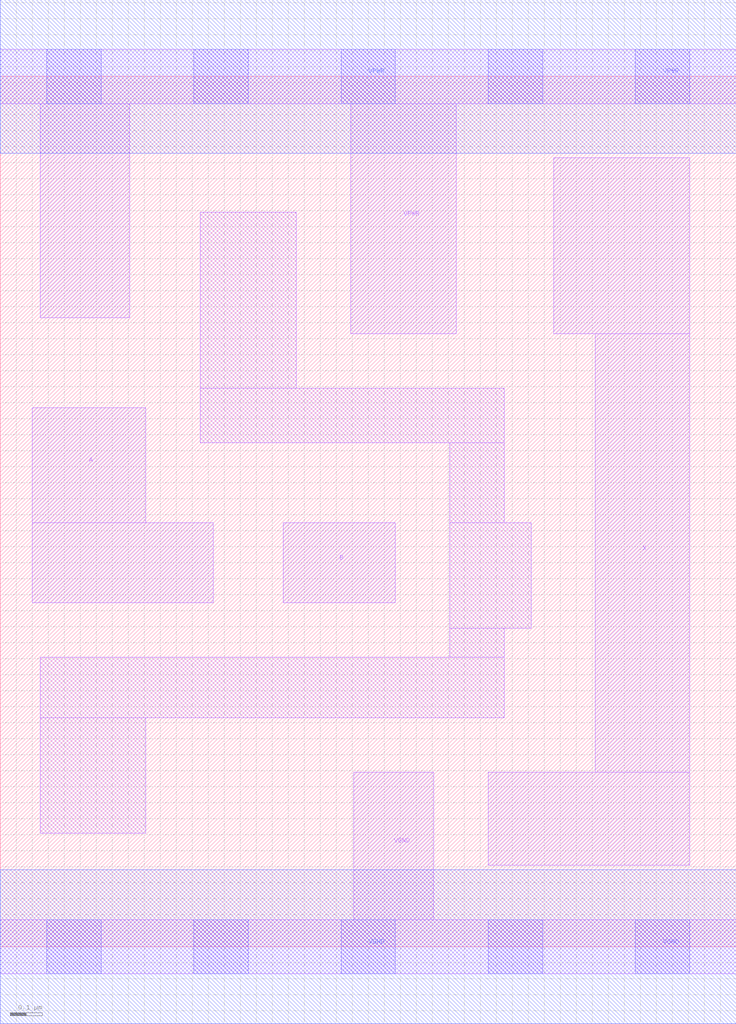
<source format=lef>
# Copyright 2020 The SkyWater PDK Authors
#
# Licensed under the Apache License, Version 2.0 (the "License");
# you may not use this file except in compliance with the License.
# You may obtain a copy of the License at
#
#     https://www.apache.org/licenses/LICENSE-2.0
#
# Unless required by applicable law or agreed to in writing, software
# distributed under the License is distributed on an "AS IS" BASIS,
# WITHOUT WARRANTIES OR CONDITIONS OF ANY KIND, either express or implied.
# See the License for the specific language governing permissions and
# limitations under the License.
#
# SPDX-License-Identifier: Apache-2.0

VERSION 5.7 ;
  NAMESCASESENSITIVE ON ;
  NOWIREEXTENSIONATPIN ON ;
  DIVIDERCHAR "/" ;
  BUSBITCHARS "[]" ;
UNITS
  DATABASE MICRONS 200 ;
END UNITS
PROPERTYDEFINITIONS
  MACRO maskLayoutSubType STRING ;
  MACRO prCellType STRING ;
  MACRO originalViewName STRING ;
END PROPERTYDEFINITIONS
MACRO sky130_fd_sc_hdll__and2_1
  CLASS CORE ;
  FOREIGN sky130_fd_sc_hdll__and2_1 ;
  ORIGIN  0.000000  0.000000 ;
  SIZE  2.300000 BY  2.720000 ;
  SYMMETRY X Y R90 ;
  SITE unithd ;
  PIN A
    ANTENNAGATEAREA  0.138600 ;
    DIRECTION INPUT ;
    USE SIGNAL ;
    PORT
      LAYER li1 ;
        RECT 0.100000 1.075000 0.665000 1.325000 ;
        RECT 0.100000 1.325000 0.455000 1.685000 ;
    END
  END A
  PIN B
    ANTENNAGATEAREA  0.138600 ;
    DIRECTION INPUT ;
    USE SIGNAL ;
    PORT
      LAYER li1 ;
        RECT 0.885000 1.075000 1.235000 1.325000 ;
    END
  END B
  PIN VGND
    ANTENNADIFFAREA  0.240600 ;
    DIRECTION INOUT ;
    USE SIGNAL ;
    PORT
      LAYER li1 ;
        RECT 0.000000 -0.085000 2.300000 0.085000 ;
        RECT 1.105000  0.085000 1.355000 0.545000 ;
      LAYER mcon ;
        RECT 0.145000 -0.085000 0.315000 0.085000 ;
        RECT 0.605000 -0.085000 0.775000 0.085000 ;
        RECT 1.065000 -0.085000 1.235000 0.085000 ;
        RECT 1.525000 -0.085000 1.695000 0.085000 ;
        RECT 1.985000 -0.085000 2.155000 0.085000 ;
      LAYER met1 ;
        RECT 0.000000 -0.240000 2.300000 0.240000 ;
    END
  END VGND
  PIN VPWR
    ANTENNADIFFAREA  0.445650 ;
    DIRECTION INOUT ;
    USE SIGNAL ;
    PORT
      LAYER li1 ;
        RECT 0.000000 2.635000 2.300000 2.805000 ;
        RECT 0.125000 1.965000 0.405000 2.635000 ;
        RECT 1.095000 1.915000 1.425000 2.635000 ;
      LAYER mcon ;
        RECT 0.145000 2.635000 0.315000 2.805000 ;
        RECT 0.605000 2.635000 0.775000 2.805000 ;
        RECT 1.065000 2.635000 1.235000 2.805000 ;
        RECT 1.525000 2.635000 1.695000 2.805000 ;
        RECT 1.985000 2.635000 2.155000 2.805000 ;
      LAYER met1 ;
        RECT 0.000000 2.480000 2.300000 2.960000 ;
    END
  END VPWR
  PIN X
    ANTENNADIFFAREA  0.757250 ;
    DIRECTION OUTPUT ;
    USE SIGNAL ;
    PORT
      LAYER li1 ;
        RECT 1.525000 0.255000 2.155000 0.545000 ;
        RECT 1.730000 1.915000 2.155000 2.465000 ;
        RECT 1.860000 0.545000 2.155000 1.915000 ;
    END
  END X
  OBS
    LAYER li1 ;
      RECT 0.125000 0.355000 0.455000 0.715000 ;
      RECT 0.125000 0.715000 1.575000 0.905000 ;
      RECT 0.625000 1.575000 1.575000 1.745000 ;
      RECT 0.625000 1.745000 0.925000 2.295000 ;
      RECT 1.405000 0.905000 1.575000 0.995000 ;
      RECT 1.405000 0.995000 1.660000 1.325000 ;
      RECT 1.405000 1.325000 1.575000 1.575000 ;
  END
  PROPERTY maskLayoutSubType "abstract" ;
  PROPERTY prCellType "standard" ;
  PROPERTY originalViewName "layout" ;
END sky130_fd_sc_hdll__and2_1

</source>
